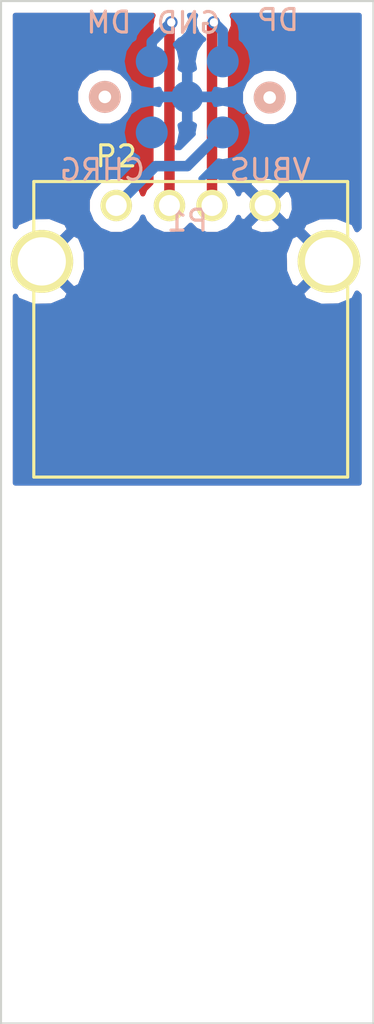
<source format=kicad_pcb>
(kicad_pcb (version 4) (host pcbnew 0.201508300901+6132~28~ubuntu15.04.1-product)

  (general
    (links 6)
    (no_connects 0)
    (area 142.951999 95.199999 160.832001 144.068001)
    (thickness 1.6)
    (drawings 4)
    (tracks 14)
    (zones 0)
    (modules 2)
    (nets 6)
  )

  (page A4)
  (layers
    (0 F.Cu signal)
    (31 B.Cu signal)
    (32 B.Adhes user hide)
    (33 F.Adhes user hide)
    (34 B.Paste user hide)
    (35 F.Paste user hide)
    (36 B.SilkS user hide)
    (37 F.SilkS user hide)
    (38 B.Mask user)
    (39 F.Mask user)
    (40 Dwgs.User user hide)
    (41 Cmts.User user hide)
    (42 Eco1.User user hide)
    (43 Eco2.User user hide)
    (44 Edge.Cuts user)
    (45 Margin user hide)
    (46 B.CrtYd user hide)
    (47 F.CrtYd user hide)
    (48 B.Fab user hide)
    (49 F.Fab user hide)
  )

  (setup
    (last_trace_width 0.5)
    (trace_clearance 0.2)
    (zone_clearance 0.508)
    (zone_45_only no)
    (trace_min 0.5)
    (segment_width 0.2)
    (edge_width 0.1)
    (via_size 0.6)
    (via_drill 0.4)
    (via_min_size 0.4)
    (via_min_drill 0.3)
    (uvia_size 0.3)
    (uvia_drill 0.1)
    (uvias_allowed no)
    (uvia_min_size 0.2)
    (uvia_min_drill 0.1)
    (pcb_text_width 0.3)
    (pcb_text_size 1.5 1.5)
    (mod_edge_width 0.15)
    (mod_text_size 1 1)
    (mod_text_width 0.15)
    (pad_size 1.524 1.524)
    (pad_drill 0)
    (pad_to_mask_clearance 1)
    (solder_mask_min_width 1)
    (aux_axis_origin 0 0)
    (visible_elements FFFFFF7F)
    (pcbplotparams
      (layerselection 0x010f0_80000001)
      (usegerberextensions true)
      (excludeedgelayer true)
      (linewidth 0.100000)
      (plotframeref false)
      (viasonmask false)
      (mode 1)
      (useauxorigin false)
      (hpglpennumber 1)
      (hpglpenspeed 20)
      (hpglpendiameter 15)
      (hpglpenoverlay 2)
      (psnegative false)
      (psa4output false)
      (plotreference true)
      (plotvalue true)
      (plotinvisibletext false)
      (padsonsilk false)
      (subtractmaskfromsilk false)
      (outputformat 1)
      (mirror false)
      (drillshape 0)
      (scaleselection 1)
      (outputdirectory geb2/))
  )

  (net 0 "")
  (net 1 "Net-(P1-Pad5)")
  (net 2 "Net-(P1-Pad4)")
  (net 3 "Net-(P1-Pad2)")
  (net 4 GND)
  (net 5 "Net-(P1-Pad1)")

  (net_class Default "This is the default net class."
    (clearance 0.2)
    (trace_width 0.5)
    (via_dia 0.6)
    (via_drill 0.4)
    (uvia_dia 0.3)
    (uvia_drill 0.1)
    (add_net GND)
    (add_net "Net-(P1-Pad1)")
    (add_net "Net-(P1-Pad2)")
    (add_net "Net-(P1-Pad4)")
    (add_net "Net-(P1-Pad5)")
  )

  (module fairphone:fp2_p5_connector (layer B.Cu) (tedit 55E9025E) (tstamp 55E8A979)
    (at 151.892 99.822)
    (path /55E7DD4F)
    (fp_text reference P1 (at 0.01 5.9) (layer B.SilkS)
      (effects (font (size 1 1) (thickness 0.15)) (justify mirror))
    )
    (fp_text value FP2-MODULE_5-CONNECTOR (at -0.05 4.89) (layer B.Fab)
      (effects (font (size 1 1) (thickness 0.15)) (justify mirror))
    )
    (fp_text user DM (at -3.74 -3.55) (layer B.SilkS)
      (effects (font (size 1 1) (thickness 0.15)) (justify mirror))
    )
    (fp_text user DP (at 4.33 -3.67) (layer B.SilkS)
      (effects (font (size 1 1) (thickness 0.15)) (justify mirror))
    )
    (fp_text user GND (at 0.06 -3.53) (layer B.SilkS)
      (effects (font (size 1 1) (thickness 0.15)) (justify mirror))
    )
    (fp_text user CHRG (at -4.05 3.48) (layer B.SilkS)
      (effects (font (size 1 1) (thickness 0.15)) (justify mirror))
    )
    (fp_text user VBUS (at 3.96 3.48) (layer B.SilkS)
      (effects (font (size 1 1) (thickness 0.15)) (justify mirror))
    )
    (pad 5 smd oval (at -1.695 -1.695) (size 1.524 1.524) (layers B.Cu B.Paste B.Mask)
      (net 1 "Net-(P1-Pad5)") (solder_mask_margin 1))
    (pad 4 smd oval (at 1.695 -1.695) (size 1.524 1.524) (layers B.Cu B.Paste)
      (net 2 "Net-(P1-Pad4)") (solder_mask_margin 1))
    (pad 2 smd oval (at -1.695 1.695) (size 1.524 1.524) (layers B.Cu B.Paste B.Mask)
      (net 3 "Net-(P1-Pad2)") (solder_mask_margin 1))
    (pad 3 smd oval (at 0 0) (size 1.524 1.524) (layers B.Cu B.Paste B.Mask)
      (net 4 GND) (solder_mask_margin 1))
    (pad 1 smd oval (at 1.695 1.695) (size 1.524 1.524) (layers B.Cu B.Paste B.Mask)
      (net 5 "Net-(P1-Pad1)") (solder_mask_margin 1))
    (pad "" thru_hole circle (at -3.935 0) (size 1.524 1.524) (drill 0.6) (layers *.Cu *.Mask B.SilkS))
    (pad "" thru_hole circle (at 3.935 0.03) (size 1.524 1.524) (drill 0.6) (layers *.Cu *.Mask B.SilkS))
  )

  (module Connect:USB_A (layer F.Cu) (tedit 5543E289) (tstamp 55E8A98B)
    (at 148.5011 105.0036)
    (descr "USB A connector")
    (tags "USB USB_A")
    (path /55E6CAE4)
    (fp_text reference P2 (at 0 -2.35) (layer F.SilkS)
      (effects (font (size 1 1) (thickness 0.15)))
    )
    (fp_text value USB_A (at 3.83794 7.43458) (layer F.Fab)
      (effects (font (size 1 1) (thickness 0.15)))
    )
    (fp_line (start -5.3 13.2) (end -5.3 -1.4) (layer F.CrtYd) (width 0.05))
    (fp_line (start 11.95 -1.4) (end 11.95 13.2) (layer F.CrtYd) (width 0.05))
    (fp_line (start -5.3 13.2) (end 11.95 13.2) (layer F.CrtYd) (width 0.05))
    (fp_line (start -5.3 -1.4) (end 11.95 -1.4) (layer F.CrtYd) (width 0.05))
    (fp_line (start 11.04986 -1.14512) (end 11.04986 12.95188) (layer F.SilkS) (width 0.15))
    (fp_line (start -3.93614 12.95188) (end -3.93614 -1.14512) (layer F.SilkS) (width 0.15))
    (fp_line (start 11.04986 -1.14512) (end -3.93614 -1.14512) (layer F.SilkS) (width 0.15))
    (fp_line (start 11.04986 12.95188) (end -3.93614 12.95188) (layer F.SilkS) (width 0.15))
    (pad 4 thru_hole circle (at 7.11286 -0.00212 270) (size 1.50114 1.50114) (drill 1.00076) (layers *.Cu *.Mask F.SilkS)
      (net 4 GND))
    (pad 3 thru_hole circle (at 4.57286 -0.00212 270) (size 1.50114 1.50114) (drill 1.00076) (layers *.Cu *.Mask F.SilkS)
      (net 2 "Net-(P1-Pad4)"))
    (pad 2 thru_hole circle (at 2.54086 -0.00212 270) (size 1.50114 1.50114) (drill 1.00076) (layers *.Cu *.Mask F.SilkS)
      (net 1 "Net-(P1-Pad5)"))
    (pad 1 thru_hole circle (at 0.00086 -0.00212 270) (size 1.50114 1.50114) (drill 1.00076) (layers *.Cu *.Mask F.SilkS)
      (net 5 "Net-(P1-Pad1)"))
    (pad 5 thru_hole circle (at 10.16086 2.66488 270) (size 2.99974 2.99974) (drill 2.30124) (layers *.Cu *.Mask F.SilkS)
      (net 4 GND))
    (pad 5 thru_hole circle (at -3.55514 2.66488 270) (size 2.99974 2.99974) (drill 2.30124) (layers *.Cu *.Mask F.SilkS)
      (net 4 GND))
    (model Connect.3dshapes/USB_A.wrl
      (at (xyz 0.14 0 0))
      (scale (xyz 1 1 1))
      (rotate (xyz 0 0 90))
    )
  )

  (gr_line (start 143.002 95.25) (end 143.002 144.018) (angle 90) (layer Edge.Cuts) (width 0.1))
  (gr_line (start 160.782 144.018) (end 160.782 95.25) (angle 90) (layer Edge.Cuts) (width 0.1))
  (gr_line (start 143.002 144.018) (end 160.782 144.018) (angle 90) (layer Edge.Cuts) (width 0.1))
  (gr_line (start 143.002 95.25) (end 160.782 95.25) (angle 90) (layer Edge.Cuts) (width 0.1))

  (segment (start 151.04196 105.00148) (end 151.04196 96.35404) (width 0.5) (layer F.Cu) (net 1))
  (segment (start 151.04196 96.35404) (end 151.13 96.266) (width 0.5) (layer F.Cu) (net 1) (tstamp 55E8A9BD))
  (segment (start 150.197 97.199) (end 150.197 98.127) (width 0.5) (layer B.Cu) (net 1) (tstamp 55E8A9C8))
  (segment (start 151.13 96.266) (end 150.197 97.199) (width 0.5) (layer B.Cu) (net 1) (tstamp 55E8A9C7))
  (via (at 151.13 96.266) (size 0.6) (drill 0.4) (layers F.Cu B.Cu) (net 1))
  (segment (start 153.07396 105.00148) (end 153.07396 96.35404) (width 0.5) (layer F.Cu) (net 2))
  (segment (start 153.587 96.691) (end 153.587 98.127) (width 0.5) (layer B.Cu) (net 2) (tstamp 55E8A9DE))
  (segment (start 153.162 96.266) (end 153.587 96.691) (width 0.5) (layer B.Cu) (net 2) (tstamp 55E8A9DD))
  (via (at 153.162 96.266) (size 0.6) (drill 0.4) (layers F.Cu B.Cu) (net 2))
  (segment (start 153.07396 96.35404) (end 153.162 96.266) (width 0.5) (layer F.Cu) (net 2) (tstamp 55E8A9D5))
  (segment (start 153.587 101.517) (end 153.499 101.517) (width 0.5) (layer B.Cu) (net 5))
  (segment (start 153.499 101.517) (end 151.892 103.124) (width 0.5) (layer B.Cu) (net 5) (tstamp 55E8A9E7))
  (segment (start 151.892 103.124) (end 150.37944 103.124) (width 0.5) (layer B.Cu) (net 5) (tstamp 55E8A9F2))
  (segment (start 150.37944 103.124) (end 148.50196 105.00148) (width 0.5) (layer B.Cu) (net 5) (tstamp 55E8A9F6))

  (zone (net 4) (net_name GND) (layer B.Cu) (tstamp 55E8AA0B) (hatch edge 0.508)
    (connect_pads (clearance 0.508))
    (min_thickness 0.254)
    (fill yes (arc_segments 16) (thermal_gap 0.508) (thermal_bridge_width 0.508))
    (polygon
      (pts
        (xy 143.002 118.364) (xy 143.002 95.25) (xy 160.782 95.25) (xy 160.782 118.364)
      )
    )
    (filled_polygon
      (pts
        (xy 149.57121 96.57321) (xy 149.379367 96.860325) (xy 149.379367 96.860326) (xy 149.345681 97.029672) (xy 149.181803 97.139172)
        (xy 148.878971 97.592391) (xy 148.772631 98.127) (xy 148.878971 98.661609) (xy 149.094366 98.98397) (xy 148.74937 98.638371)
        (xy 148.2361 98.425243) (xy 147.680339 98.424758) (xy 147.166697 98.63699) (xy 146.773371 99.02963) (xy 146.560243 99.5429)
        (xy 146.559758 100.098661) (xy 146.77199 100.612303) (xy 147.16463 101.005629) (xy 147.6779 101.218757) (xy 148.233661 101.219242)
        (xy 148.747303 101.00701) (xy 149.093319 100.661598) (xy 148.878971 100.982391) (xy 148.772631 101.517) (xy 148.878971 102.051609)
        (xy 149.181803 102.504828) (xy 149.520633 102.731228) (xy 148.635834 103.616026) (xy 148.227562 103.61567) (xy 147.718123 103.826166)
        (xy 147.328016 104.215593) (xy 147.116631 104.724664) (xy 147.11615 105.275878) (xy 147.326646 105.785317) (xy 147.716073 106.175424)
        (xy 148.225144 106.386809) (xy 148.776358 106.38729) (xy 149.285797 106.176794) (xy 149.675904 105.787367) (xy 149.771935 105.556099)
        (xy 149.866646 105.785317) (xy 150.256073 106.175424) (xy 150.765144 106.386809) (xy 151.316358 106.38729) (xy 151.825797 106.176794)
        (xy 152.058023 105.944973) (xy 152.288073 106.175424) (xy 152.797144 106.386809) (xy 153.348358 106.38729) (xy 153.857797 106.176794)
        (xy 154.061536 105.97341) (xy 154.821635 105.97341) (xy 154.889695 106.214411) (xy 155.408994 106.399247) (xy 155.959498 106.371285)
        (xy 156.338225 106.214411) (xy 156.406285 105.97341) (xy 155.61396 105.181085) (xy 154.821635 105.97341) (xy 154.061536 105.97341)
        (xy 154.247904 105.787367) (xy 154.337339 105.571984) (xy 154.401029 105.725745) (xy 154.64203 105.793805) (xy 155.434355 105.00148)
        (xy 155.793565 105.00148) (xy 156.58589 105.793805) (xy 156.826891 105.725745) (xy 157.011727 105.206446) (xy 156.983765 104.655942)
        (xy 156.826891 104.277215) (xy 156.58589 104.209155) (xy 155.793565 105.00148) (xy 155.434355 105.00148) (xy 154.64203 104.209155)
        (xy 154.401029 104.277215) (xy 154.342191 104.44252) (xy 154.249274 104.217643) (xy 154.061509 104.02955) (xy 154.821635 104.02955)
        (xy 155.61396 104.821875) (xy 156.406285 104.02955) (xy 156.338225 103.788549) (xy 155.818926 103.603713) (xy 155.268422 103.631675)
        (xy 154.889695 103.788549) (xy 154.821635 104.02955) (xy 154.061509 104.02955) (xy 153.859847 103.827536) (xy 153.350776 103.616151)
        (xy 152.799562 103.61567) (xy 152.547943 103.719637) (xy 153.387766 102.879814) (xy 153.559631 102.914) (xy 153.614369 102.914)
        (xy 154.148978 102.80766) (xy 154.602197 102.504828) (xy 154.905029 102.051609) (xy 155.011369 101.517) (xy 154.905029 100.982391)
        (xy 154.750258 100.75076) (xy 155.03463 101.035629) (xy 155.5479 101.248757) (xy 156.103661 101.249242) (xy 156.617303 101.03701)
        (xy 157.010629 100.64437) (xy 157.223757 100.1311) (xy 157.224242 99.575339) (xy 157.01201 99.061697) (xy 156.61937 98.668371)
        (xy 156.1061 98.455243) (xy 155.550339 98.454758) (xy 155.036697 98.66699) (xy 154.643371 99.05963) (xy 154.430243 99.5729)
        (xy 154.429758 100.128661) (xy 154.592594 100.522756) (xy 154.148978 100.22634) (xy 153.614369 100.12) (xy 153.559631 100.12)
        (xy 153.238424 100.183892) (xy 153.24622 100.16507) (xy 153.12372 99.949) (xy 152.019 99.949) (xy 152.019 101.054476)
        (xy 152.230883 101.173871) (xy 152.162631 101.517) (xy 152.176698 101.587722) (xy 151.52542 102.239) (xy 151.389818 102.239)
        (xy 151.515029 102.051609) (xy 151.621369 101.517) (xy 151.553117 101.173871) (xy 151.765 101.054476) (xy 151.765 99.949)
        (xy 150.66028 99.949) (xy 150.53778 100.16507) (xy 150.545576 100.183892) (xy 150.224369 100.12) (xy 150.169631 100.12)
        (xy 149.635022 100.22634) (xy 149.181803 100.529172) (xy 149.16649 100.552089) (xy 149.353757 100.1011) (xy 149.354242 99.545339)
        (xy 149.167537 99.093478) (xy 149.181803 99.114828) (xy 149.635022 99.41766) (xy 150.169631 99.524) (xy 150.224369 99.524)
        (xy 150.545576 99.460108) (xy 150.53778 99.47893) (xy 150.66028 99.695) (xy 151.765 99.695) (xy 151.765 98.589524)
        (xy 151.553117 98.470129) (xy 151.621369 98.127) (xy 151.515029 97.592391) (xy 151.330842 97.316737) (xy 151.538835 97.108745)
        (xy 151.658943 97.059117) (xy 151.922192 96.796327) (xy 152.064838 96.452799) (xy 152.065162 96.080833) (xy 152.004905 95.935)
        (xy 152.28704 95.935) (xy 152.227162 96.079201) (xy 152.226838 96.451167) (xy 152.368883 96.794943) (xy 152.631673 97.058192)
        (xy 152.669494 97.073897) (xy 152.571803 97.139172) (xy 152.268971 97.592391) (xy 152.162631 98.127) (xy 152.230883 98.470129)
        (xy 152.019 98.589524) (xy 152.019 99.695) (xy 153.12372 99.695) (xy 153.24622 99.47893) (xy 153.238424 99.460108)
        (xy 153.559631 99.524) (xy 153.614369 99.524) (xy 154.148978 99.41766) (xy 154.602197 99.114828) (xy 154.905029 98.661609)
        (xy 155.011369 98.127) (xy 154.905029 97.592391) (xy 154.602197 97.139172) (xy 154.472 97.052177) (xy 154.472 96.691005)
        (xy 154.472001 96.691) (xy 154.404633 96.352326) (xy 154.404633 96.352325) (xy 154.21279 96.06521) (xy 154.212787 96.065208)
        (xy 154.082579 95.935) (xy 160.097 95.935) (xy 160.097 106.053832) (xy 159.996231 106.154601) (xy 159.836465 105.835848)
        (xy 159.045743 105.525885) (xy 158.196594 105.542113) (xy 157.487455 105.835848) (xy 157.327688 106.154603) (xy 158.66196 107.488875)
        (xy 158.676103 107.474733) (xy 158.855708 107.654338) (xy 158.841565 107.66848) (xy 158.855708 107.682623) (xy 158.676103 107.862228)
        (xy 158.66196 107.848085) (xy 157.327688 109.182357) (xy 157.487455 109.501112) (xy 158.278177 109.811075) (xy 159.127326 109.794847)
        (xy 159.836465 109.501112) (xy 159.996231 109.182359) (xy 160.097 109.283128) (xy 160.097 118.237) (xy 143.687 118.237)
        (xy 143.687 109.332614) (xy 143.771455 109.501112) (xy 144.562177 109.811075) (xy 145.411326 109.794847) (xy 146.120465 109.501112)
        (xy 146.280232 109.182357) (xy 144.94596 107.848085) (xy 144.931818 107.862228) (xy 144.752213 107.682623) (xy 144.766355 107.66848)
        (xy 145.125565 107.66848) (xy 146.459837 109.002752) (xy 146.778592 108.842985) (xy 147.088555 108.052263) (xy 147.073887 107.284697)
        (xy 156.519365 107.284697) (xy 156.535593 108.133846) (xy 156.829328 108.842985) (xy 157.148083 109.002752) (xy 158.482355 107.66848)
        (xy 157.148083 106.334208) (xy 156.829328 106.493975) (xy 156.519365 107.284697) (xy 147.073887 107.284697) (xy 147.072327 107.203114)
        (xy 146.778592 106.493975) (xy 146.459837 106.334208) (xy 145.125565 107.66848) (xy 144.766355 107.66848) (xy 144.752213 107.654338)
        (xy 144.931818 107.474733) (xy 144.94596 107.488875) (xy 146.280232 106.154603) (xy 146.120465 105.835848) (xy 145.329743 105.525885)
        (xy 144.480594 105.542113) (xy 143.771455 105.835848) (xy 143.687 106.004346) (xy 143.687 95.935) (xy 150.209421 95.935)
      )
    )
  )
  (zone (net 4) (net_name GND) (layer F.Cu) (tstamp 55E8AA44) (hatch edge 0.508)
    (connect_pads (clearance 0.508))
    (min_thickness 0.254)
    (fill yes (arc_segments 16) (thermal_gap 0.508) (thermal_bridge_width 0.508))
    (polygon
      (pts
        (xy 143.002 95.25) (xy 160.782 95.25) (xy 160.782 118.364) (xy 143.002 118.364)
      )
    )
    (filled_polygon
      (pts
        (xy 150.195162 96.079201) (xy 150.19509 96.162349) (xy 150.156959 96.35404) (xy 150.15696 96.354045) (xy 150.15696 103.927153)
        (xy 149.868016 104.215593) (xy 149.771985 104.446861) (xy 149.677274 104.217643) (xy 149.287847 103.827536) (xy 148.778776 103.616151)
        (xy 148.227562 103.61567) (xy 147.718123 103.826166) (xy 147.328016 104.215593) (xy 147.116631 104.724664) (xy 147.11615 105.275878)
        (xy 147.326646 105.785317) (xy 147.716073 106.175424) (xy 148.225144 106.386809) (xy 148.776358 106.38729) (xy 149.285797 106.176794)
        (xy 149.675904 105.787367) (xy 149.771935 105.556099) (xy 149.866646 105.785317) (xy 150.256073 106.175424) (xy 150.765144 106.386809)
        (xy 151.316358 106.38729) (xy 151.825797 106.176794) (xy 152.058023 105.944973) (xy 152.288073 106.175424) (xy 152.797144 106.386809)
        (xy 153.348358 106.38729) (xy 153.857797 106.176794) (xy 154.061536 105.97341) (xy 154.821635 105.97341) (xy 154.889695 106.214411)
        (xy 155.408994 106.399247) (xy 155.959498 106.371285) (xy 156.338225 106.214411) (xy 156.406285 105.97341) (xy 155.61396 105.181085)
        (xy 154.821635 105.97341) (xy 154.061536 105.97341) (xy 154.247904 105.787367) (xy 154.337339 105.571984) (xy 154.401029 105.725745)
        (xy 154.64203 105.793805) (xy 155.434355 105.00148) (xy 155.793565 105.00148) (xy 156.58589 105.793805) (xy 156.826891 105.725745)
        (xy 157.011727 105.206446) (xy 156.983765 104.655942) (xy 156.826891 104.277215) (xy 156.58589 104.209155) (xy 155.793565 105.00148)
        (xy 155.434355 105.00148) (xy 154.64203 104.209155) (xy 154.401029 104.277215) (xy 154.342191 104.44252) (xy 154.249274 104.217643)
        (xy 154.061509 104.02955) (xy 154.821635 104.02955) (xy 155.61396 104.821875) (xy 156.406285 104.02955) (xy 156.338225 103.788549)
        (xy 155.818926 103.603713) (xy 155.268422 103.631675) (xy 154.889695 103.788549) (xy 154.821635 104.02955) (xy 154.061509 104.02955)
        (xy 153.95896 103.926822) (xy 153.95896 100.128661) (xy 154.429758 100.128661) (xy 154.64199 100.642303) (xy 155.03463 101.035629)
        (xy 155.5479 101.248757) (xy 156.103661 101.249242) (xy 156.617303 101.03701) (xy 157.010629 100.64437) (xy 157.223757 100.1311)
        (xy 157.224242 99.575339) (xy 157.01201 99.061697) (xy 156.61937 98.668371) (xy 156.1061 98.455243) (xy 155.550339 98.454758)
        (xy 155.036697 98.66699) (xy 154.643371 99.05963) (xy 154.430243 99.5729) (xy 154.429758 100.128661) (xy 153.95896 100.128661)
        (xy 153.95896 96.784844) (xy 154.096838 96.452799) (xy 154.097162 96.080833) (xy 154.036905 95.935) (xy 160.097 95.935)
        (xy 160.097 106.053832) (xy 159.996231 106.154601) (xy 159.836465 105.835848) (xy 159.045743 105.525885) (xy 158.196594 105.542113)
        (xy 157.487455 105.835848) (xy 157.327688 106.154603) (xy 158.66196 107.488875) (xy 158.676103 107.474733) (xy 158.855708 107.654338)
        (xy 158.841565 107.66848) (xy 158.855708 107.682623) (xy 158.676103 107.862228) (xy 158.66196 107.848085) (xy 157.327688 109.182357)
        (xy 157.487455 109.501112) (xy 158.278177 109.811075) (xy 159.127326 109.794847) (xy 159.836465 109.501112) (xy 159.996231 109.182359)
        (xy 160.097 109.283128) (xy 160.097 118.237) (xy 143.687 118.237) (xy 143.687 109.332614) (xy 143.771455 109.501112)
        (xy 144.562177 109.811075) (xy 145.411326 109.794847) (xy 146.120465 109.501112) (xy 146.280232 109.182357) (xy 144.94596 107.848085)
        (xy 144.931818 107.862228) (xy 144.752213 107.682623) (xy 144.766355 107.66848) (xy 145.125565 107.66848) (xy 146.459837 109.002752)
        (xy 146.778592 108.842985) (xy 147.088555 108.052263) (xy 147.073887 107.284697) (xy 156.519365 107.284697) (xy 156.535593 108.133846)
        (xy 156.829328 108.842985) (xy 157.148083 109.002752) (xy 158.482355 107.66848) (xy 157.148083 106.334208) (xy 156.829328 106.493975)
        (xy 156.519365 107.284697) (xy 147.073887 107.284697) (xy 147.072327 107.203114) (xy 146.778592 106.493975) (xy 146.459837 106.334208)
        (xy 145.125565 107.66848) (xy 144.766355 107.66848) (xy 144.752213 107.654338) (xy 144.931818 107.474733) (xy 144.94596 107.488875)
        (xy 146.280232 106.154603) (xy 146.120465 105.835848) (xy 145.329743 105.525885) (xy 144.480594 105.542113) (xy 143.771455 105.835848)
        (xy 143.687 106.004346) (xy 143.687 100.098661) (xy 146.559758 100.098661) (xy 146.77199 100.612303) (xy 147.16463 101.005629)
        (xy 147.6779 101.218757) (xy 148.233661 101.219242) (xy 148.747303 101.00701) (xy 149.140629 100.61437) (xy 149.353757 100.1011)
        (xy 149.354242 99.545339) (xy 149.14201 99.031697) (xy 148.74937 98.638371) (xy 148.2361 98.425243) (xy 147.680339 98.424758)
        (xy 147.166697 98.63699) (xy 146.773371 99.02963) (xy 146.560243 99.5429) (xy 146.559758 100.098661) (xy 143.687 100.098661)
        (xy 143.687 95.935) (xy 150.25504 95.935)
      )
    )
  )
)

</source>
